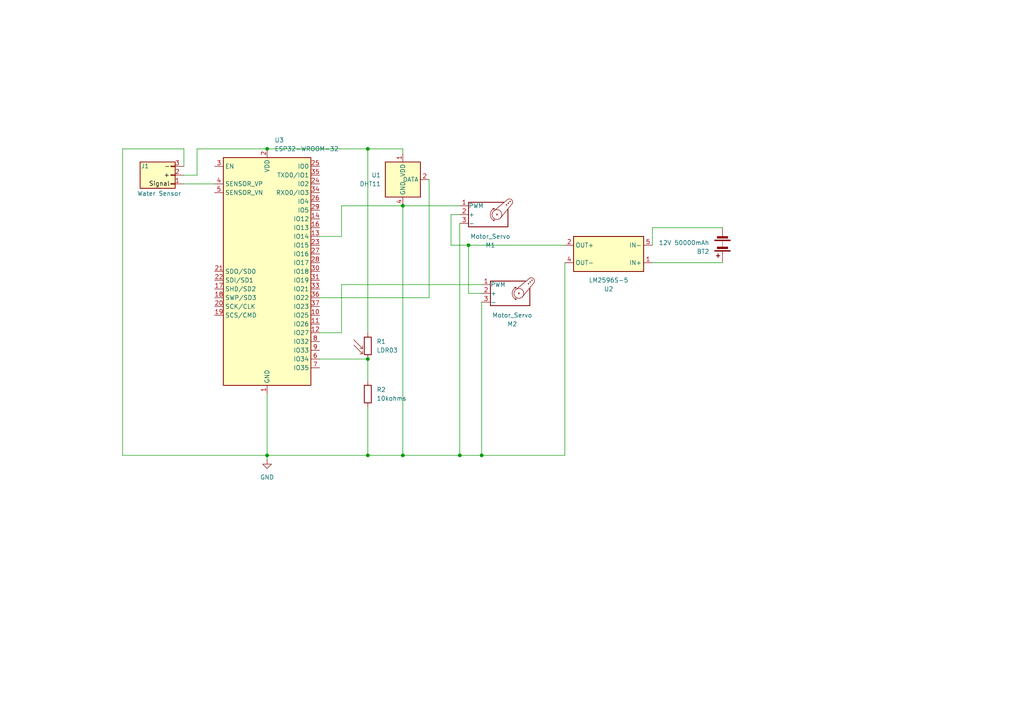
<source format=kicad_sch>
(kicad_sch (version 20250114) (generator "eeschema") (generator_version "9.0")
  (paper "A4")
  (lib_symbols
    (symbol "Connector_Generic:Conn_01x03" (pin_names (offset 1.016) (hide yes))
      (property "Reference" "J1" (at 2.54 1.2701 0))
      (property "Value" "Water Sensor" (at -6.604 5.588 0))
      (symbol "Conn_01x03_1_1"
        (rectangle (start -1.27 3.81) (end 8.89 -3.81) (stroke (width 0.254)) (fill (type background)))
        (rectangle (start -1.27 2.667) (end 0 2.413) (stroke (width 0.1524)))
        (rectangle (start -1.27 0.127) (end 0 -0.127) (stroke (width 0.1524)))
        (rectangle (start -1.27 -2.413) (end 0 -2.667) (stroke (width 0.1524)))
        (pin passive line (at -3.81 2.54 0) (length 3.81) (name "Signal") (number "1"))
        (pin passive line (at -3.81 0 0) (length 3.81) (name "+") (number "2"))
        (pin passive line (at -3.81 -2.54 0) (length 3.81) (name "-") (number "3"))
      )
    )
    (symbol "Device:Battery" (pin_numbers (hide yes)) (pin_names (offset 0) (hide yes))
      (property "Reference" "BT" (at 2.54 2.54 0))
      (property "Value" "Battery" (at 2.54 0 0))
      (symbol "Battery_0_1"
        (rectangle (start -2.286 1.778) (end 2.286 1.524) (fill (type outline)))
        (rectangle (start -2.286 -1.27) (end 2.286 -1.524) (fill (type outline)))
        (rectangle (start -1.524 1.016) (end 1.524 0.508) (fill (type outline)))
        (rectangle (start -1.524 -2.032) (end 1.524 -2.54) (fill (type outline)))
        (polyline (pts (xy 0 1.778) (xy 0 2.54)))
        (polyline (pts (xy 0 0) (xy 0 0.254)))
        (polyline (pts (xy 0 -0.508) (xy 0 -0.254)))
        (polyline (pts (xy 0 -1.016) (xy 0 -0.762)))
        (polyline (pts (xy 0.762 3.048) (xy 1.778 3.048)) (stroke (width 0.254)))
        (polyline (pts (xy 1.27 3.556) (xy 1.27 2.54)) (stroke (width 0.254)))
      )
      (symbol "Battery_1_1"
        (pin passive line (at 0 5.08 270) (length 2.54) (name "+") (number "1"))
        (pin passive line (at 0 -5.08 90) (length 2.54) (name "-") (number "2"))
      )
    )
    (symbol "Device:R" (pin_numbers (hide yes)) (pin_names (offset 0))
      (property "Reference" "R" (at 2.032 0 90))
      (property "Value" "R" (at 0 0 90))
      (symbol "R_0_1"
        (rectangle (start -1.016 -2.54) (end 1.016 2.54) (stroke (width 0.254)))
      )
      (symbol "R_1_1"
        (pin passive line (at 0 3.81 270) (length 1.27) (name "~") (number "1"))
        (pin passive line (at 0 -3.81 90) (length 1.27) (name "~") (number "2"))
      )
    )
    (symbol "Motor:Motor_Servo" (pin_names (offset 0.0254))
      (property "Reference" "M" (at -5.08 4.445 0))
      (property "Value" "Motor_Servo" (at -5.08 -4.064 0))
      (symbol "Motor_Servo_0_1"
        (polyline (pts (xy 2.413 1.778) (xy 1.905 1.778)))
        (polyline (pts (xy 2.413 1.778) (xy 2.286 1.397)))
        (polyline (pts (xy 2.413 -1.778) (xy 2.032 -1.778)))
        (polyline (pts (xy 2.413 -1.778) (xy 2.286 -1.397)))
        (arc (start 2.413 -1.778) (mid 1.2406 0) (end 2.413 1.778))
        (circle (center 3.175 0) (radius 0.1778))
        (circle (center 3.175 0) (radius 1.4224))
        (polyline (pts (xy 5.08 3.556) (xy -5.08 3.556) (xy -5.08 -3.556) (xy 6.35 -3.556) (xy 6.35 1.524)) (stroke (width 0.254)))
        (circle (center 5.969 2.794) (radius 0.127))
        (polyline (pts (xy 6.35 4.445) (xy 2.54 1.27)))
        (circle (center 6.477 3.302) (radius 0.127))
        (arc (start 6.35 4.445) (mid 7.4487 4.2737) (end 7.62 3.175))
        (circle (center 6.985 3.81) (radius 0.127))
        (polyline (pts (xy 7.62 3.175) (xy 4.191 -1.016)))
      )
      (symbol "Motor_Servo_1_1"
        (pin passive line (at -7.62 2.54 0) (length 2.54) (name "PWM") (number "1"))
        (pin passive line (at -7.62 0 0) (length 2.54) (name "+") (number "2"))
        (pin passive line (at -7.62 -2.54 0) (length 2.54) (name "-") (number "3"))
      )
    )
    (symbol "RF_Module:ESP32-WROOM-32"
      (property "Reference" "U" (at -12.7 34.29 0))
      (property "Value" "ESP32-WROOM-32" (at 1.27 34.29 0))
      (symbol "ESP32-WROOM-32_0_1"
        (rectangle (start -12.7 33.02) (end 12.7 -33.02) (stroke (width 0.254)) (fill (type background)))
      )
      (symbol "ESP32-WROOM-32_1_1"
        (pin input line (at -15.24 30.48 0) (length 2.54) (name "EN") (number "3"))
        (pin input line (at -15.24 25.4 0) (length 2.54) (name "SENSOR_VP") (number "4"))
        (pin input line (at -15.24 22.86 0) (length 2.54) (name "SENSOR_VN") (number "5"))
        (pin bidirectional line (at -15.24 0 0) (length 2.54) (name "SDO/SD0") (number "21"))
        (pin bidirectional line (at -15.24 -2.54 0) (length 2.54) (name "SDI/SD1") (number "22"))
        (pin bidirectional line (at -15.24 -5.08 0) (length 2.54) (name "SHD/SD2") (number "17"))
        (pin bidirectional line (at -15.24 -7.62 0) (length 2.54) (name "SWP/SD3") (number "18"))
        (pin bidirectional line (at -15.24 -10.16 0) (length 2.54) (name "SCK/CLK") (number "20"))
        (pin bidirectional line (at -15.24 -12.7 0) (length 2.54) (name "SCS/CMD") (number "19"))
        (pin no_connect line (at -12.7 -27.94 0) (length 2.54) (hide yes) (name "NC") (number "32"))
        (pin power_in line (at 0 35.56 270) (length 2.54) (name "VDD") (number "2"))
        (pin power_in line (at 0 -35.56 90) (length 2.54) (name "GND") (number "1"))
        (pin passive line (at 0 -35.56 90) (length 2.54) (hide yes) (name "GND") (number "15"))
        (pin passive line (at 0 -35.56 90) (length 2.54) (hide yes) (name "GND") (number "38"))
        (pin passive line (at 0 -35.56 90) (length 2.54) (hide yes) (name "GND") (number "39"))
        (pin bidirectional line (at 15.24 30.48 180) (length 2.54) (name "IO0") (number "25"))
        (pin bidirectional line (at 15.24 27.94 180) (length 2.54) (name "TXD0/IO1") (number "35"))
        (pin bidirectional line (at 15.24 25.4 180) (length 2.54) (name "IO2") (number "24"))
        (pin bidirectional line (at 15.24 22.86 180) (length 2.54) (name "RXD0/IO3") (number "34"))
        (pin bidirectional line (at 15.24 20.32 180) (length 2.54) (name "IO4") (number "26"))
        (pin bidirectional line (at 15.24 17.78 180) (length 2.54) (name "IO5") (number "29"))
        (pin bidirectional line (at 15.24 15.24 180) (length 2.54) (name "IO12") (number "14"))
        (pin bidirectional line (at 15.24 12.7 180) (length 2.54) (name "IO13") (number "16"))
        (pin bidirectional line (at 15.24 10.16 180) (length 2.54) (name "IO14") (number "13"))
        (pin bidirectional line (at 15.24 7.62 180) (length 2.54) (name "IO15") (number "23"))
        (pin bidirectional line (at 15.24 5.08 180) (length 2.54) (name "IO16") (number "27"))
        (pin bidirectional line (at 15.24 2.54 180) (length 2.54) (name "IO17") (number "28"))
        (pin bidirectional line (at 15.24 0 180) (length 2.54) (name "IO18") (number "30"))
        (pin bidirectional line (at 15.24 -2.54 180) (length 2.54) (name "IO19") (number "31"))
        (pin bidirectional line (at 15.24 -5.08 180) (length 2.54) (name "IO21") (number "33"))
        (pin bidirectional line (at 15.24 -7.62 180) (length 2.54) (name "IO22") (number "36"))
        (pin bidirectional line (at 15.24 -10.16 180) (length 2.54) (name "IO23") (number "37"))
        (pin bidirectional line (at 15.24 -12.7 180) (length 2.54) (name "IO25") (number "10"))
        (pin bidirectional line (at 15.24 -15.24 180) (length 2.54) (name "IO26") (number "11"))
        (pin bidirectional line (at 15.24 -17.78 180) (length 2.54) (name "IO27") (number "12"))
        (pin bidirectional line (at 15.24 -20.32 180) (length 2.54) (name "IO32") (number "8"))
        (pin bidirectional line (at 15.24 -22.86 180) (length 2.54) (name "IO33") (number "9"))
        (pin input line (at 15.24 -25.4 180) (length 2.54) (name "IO34") (number "6"))
        (pin input line (at 15.24 -27.94 180) (length 2.54) (name "IO35") (number "7"))
      )
    )
    (symbol "Regulator_Switching:LM2596S-5"
      (property "Reference" "U2" (at 0 10.16 0))
      (property "Value" "LM2596S-5" (at 0 7.62 0))
      (symbol "LM2596S-5_0_1"
        (rectangle (start -10.16 5.08) (end 10.16 -5.08) (stroke (width 0.254)) (fill (type background)))
      )
      (symbol "LM2596S-5_1_1"
        (pin power_in line (at -12.7 2.54 0) (length 2.54) (name "IN+") (number "1"))
        (pin input line (at -12.7 -2.54 0) (length 2.54) (name "IN-") (number "5"))
        (pin power_in line (at 0 -7.62 90) (length 2.54) (hide yes) (name "GND") (number "3"))
        (pin input line (at 12.7 2.54 180) (length 2.54) (name "OUT-") (number "4"))
        (pin output line (at 12.7 -2.54 180) (length 2.54) (name "OUT+") (number "2"))
      )
    )
    (symbol "Sensor:DHT11"
      (property "Reference" "U" (at -3.81 6.35 0))
      (property "Value" "DHT11" (at 3.81 6.35 0))
      (symbol "DHT11_0_1"
        (rectangle (start -5.08 5.08) (end 5.08 -5.08) (stroke (width 0.254)) (fill (type background)))
      )
      (symbol "DHT11_1_1"
        (pin no_connect line (at -5.08 0 0) (length 2.54) (hide yes) (name "NC") (number "3"))
        (pin power_in line (at 0 7.62 270) (length 2.54) (name "VDD") (number "1"))
        (pin power_in line (at 0 -7.62 90) (length 2.54) (name "GND") (number "4"))
        (pin bidirectional line (at 7.62 0 180) (length 2.54) (name "DATA") (number "2"))
      )
    )
    (symbol "Sensor_Optical:LDR03" (pin_numbers (hide yes)) (pin_names (offset 0))
      (property "Reference" "R" (at -5.08 0 90))
      (property "Value" "LDR03" (at 1.905 0 90))
      (symbol "LDR03_0_1"
        (polyline (pts (xy -1.524 -0.762) (xy -4.064 1.778)))
        (polyline (pts (xy -1.524 -0.762) (xy -2.286 -0.762)))
        (polyline (pts (xy -1.524 -0.762) (xy -1.524 0)))
        (polyline (pts (xy -1.524 -2.286) (xy -4.064 0.254)))
        (polyline (pts (xy -1.524 -2.286) (xy -2.286 -2.286)))
        (polyline (pts (xy -1.524 -2.286) (xy -1.524 -1.524)))
        (rectangle (start -1.016 2.54) (end 1.016 -2.54) (stroke (width 0.254)))
      )
      (symbol "LDR03_1_1"
        (pin passive line (at 0 3.81 270) (length 1.27) (name "~") (number "1"))
        (pin passive line (at 0 -3.81 90) (length 1.27) (name "~") (number "2"))
      )
    )
    (symbol "power:GND" (power) (pin_numbers (hide yes)) (pin_names (offset 0) (hide yes))
      (property "Value" "GND" (at 0 -3.81 0))
      (symbol "GND_0_1"
        (polyline (pts (xy 0 0) (xy 0 -1.27) (xy 1.27 -1.27) (xy 0 -2.54) (xy -1.27 -1.27) (xy 0 -1.27)))
      )
      (symbol "GND_1_1"
        (pin power_in line (at 0 0 270) (length 0) (name "~") (number "1"))
      )
    )
  )
  (junction (at 133.35 132.08))
  (junction (at 116.84 132.08))
  (junction (at 77.47 43.18))
  (junction (at 135.89 71.12))
  (junction (at 106.68 132.08))
  (junction (at 116.84 59.69))
  (junction (at 77.47 132.08))
  (junction (at 139.7 132.08))
  (junction (at 106.68 104.14))
  (junction (at 106.68 43.18))
  (wire (pts (xy 116.84 59.69) (xy 116.84 132.08)))
  (wire (pts (xy 106.68 43.18) (xy 116.84 43.18)))
  (wire (pts (xy 139.7 87.63) (xy 139.7 132.08)))
  (wire (pts (xy 106.68 104.14) (xy 106.68 110.49)))
  (wire (pts (xy 133.35 59.69) (xy 116.84 59.69)))
  (wire (pts (xy 106.68 132.08) (xy 116.84 132.08)))
  (wire (pts (xy 130.81 71.12) (xy 135.89 71.12)))
  (wire (pts (xy 116.84 59.69) (xy 99.06 59.69)))
  (wire (pts (xy 53.34 50.8) (xy 57.15 50.8)))
  (wire (pts (xy 130.81 62.23) (xy 130.81 71.12)))
  (wire (pts (xy 77.47 114.3) (xy 77.47 132.08)))
  (wire (pts (xy 116.84 44.45) (xy 116.84 43.18)))
  (wire (pts (xy 99.06 68.58) (xy 92.71 68.58)))
  (wire (pts (xy 124.46 52.07) (xy 124.46 86.36)))
  (wire (pts (xy 106.68 118.11) (xy 106.68 132.08)))
  (wire (pts (xy 99.06 59.69) (xy 99.06 68.58)))
  (wire (pts (xy 35.56 43.18) (xy 35.56 132.08)))
  (wire (pts (xy 57.15 50.8) (xy 57.15 43.18)))
  (wire (pts (xy 139.7 82.55) (xy 99.06 82.55)))
  (wire (pts (xy 77.47 43.18) (xy 106.68 43.18)))
  (wire (pts (xy 77.47 132.08) (xy 106.68 132.08)))
  (wire (pts (xy 163.83 132.08) (xy 139.7 132.08)))
  (wire (pts (xy 116.84 132.08) (xy 133.35 132.08)))
  (wire (pts (xy 163.83 76.2) (xy 163.83 132.08)))
  (wire (pts (xy 77.47 132.08) (xy 77.47 133.35)))
  (wire (pts (xy 99.06 82.55) (xy 99.06 96.52)))
  (wire (pts (xy 133.35 64.77) (xy 133.35 132.08)))
  (wire (pts (xy 53.34 48.26) (xy 53.34 43.18)))
  (wire (pts (xy 53.34 53.34) (xy 62.23 53.34)))
  (wire (pts (xy 135.89 85.09) (xy 135.89 71.12)))
  (wire (pts (xy 135.89 71.12) (xy 163.83 71.12)))
  (wire (pts (xy 133.35 132.08) (xy 139.7 132.08)))
  (wire (pts (xy 57.15 43.18) (xy 77.47 43.18)))
  (wire (pts (xy 124.46 86.36) (xy 92.71 86.36)))
  (wire (pts (xy 209.55 76.2) (xy 189.23 76.2)))
  (wire (pts (xy 53.34 43.18) (xy 35.56 43.18)))
  (wire (pts (xy 99.06 96.52) (xy 92.71 96.52)))
  (wire (pts (xy 133.35 62.23) (xy 130.81 62.23)))
  (wire (pts (xy 139.7 85.09) (xy 135.89 85.09)))
  (wire (pts (xy 209.55 66.04) (xy 189.23 66.04)))
  (wire (pts (xy 106.68 43.18) (xy 106.68 96.52)))
  (wire (pts (xy 189.23 66.04) (xy 189.23 71.12)))
  (wire (pts (xy 35.56 132.08) (xy 77.47 132.08)))
  (wire (pts (xy 92.71 104.14) (xy 106.68 104.14)))
  (label "Signal" (at 43.1642 54.3165 0))
  (label "-" (at 47.6154 49.2784 0))
  (label "+" (at 47.4756 51.8219 0))
  (symbol (lib_id "Sensor_Optical:LDR03") (at 106.68 100.33 0) (unit 1)
    (property "Reference" "R1" (at 109.22 99.0599 0) (effects (justify left)))
    (property "Value" "LDR03" (at 109.22 101.5999 0) (effects (justify left)))
    (property "Footprint" "OptoDevice:R_LDR_10x8.5mm_P7.6mm_Vertical" (effects (hide yes)))
    (property "Datasheet" "http://www.elektronica-componenten.nl/WebRoot/StoreNL/Shops/61422969/54F1/BA0C/C664/31B9/2173/C0A8/2AB9/2AEF/LDR03IMP.pdf" (effects (hide yes)))
    (property "Description" "light dependent resistor" (effects (hide yes)))
  )
  (symbol (lib_id "power:GND") (at 77.47 133.35 0) (unit 1)
    (property "Reference" "#PWR01" (effects (hide yes)))
    (property "Value" "GND" (at 77.47 138.43 0))
    (property "Description" "Power symbol creates a global label with name \"GND\" , ground" (effects (hide yes)))
  )
  (symbol (lib_id "Sensor:DHT11") (at 116.84 52.07 0) (unit 1)
    (property "Reference" "U1" (at 110.49 50.7999 0) (effects (justify right)))
    (property "Value" "DHT11" (at 110.49 53.3399 0) (effects (justify right)))
    (property "Footprint" "Sensor:Aosong_DHT11_5.5x12.0_P2.54mm" (effects (hide yes)))
    (property "Datasheet" "http://akizukidenshi.com/download/ds/aosong/DHT11.pdf" (effects (hide yes)))
    (property "Description" "3.3V to 5.5V, temperature and humidity module, DHT11" (effects (hide yes)))
  )
  (symbol (lib_id "Motor:Motor_Servo") (at 140.97 62.23 0) (unit 1)
    (property "Reference" "M1" (at 142.2261 71.12 0))
    (property "Value" "Motor_Servo" (at 142.2261 68.58 0))
    (property "Datasheet" "http://forums.parallax.com/uploads/attachments/46831/74481.png" (effects (hide yes)))
    (property "Description" "Servo Motor (Futaba, HiTec, JR connector)" (effects (hide yes)))
  )
  (symbol (lib_id "Regulator_Switching:LM2596S-5") (at 176.53 73.66 180) (unit 1)
    (property "Reference" "U2" (at 176.53 83.82 0))
    (property "Value" "LM2596S-5" (at 176.53 81.28 0))
    (property "Footprint" "Package_TO_SOT_SMD:TO-263-5_TabPin3" (effects (hide yes)))
    (property "Datasheet" "http://www.ti.com/lit/ds/symlink/lm2596.pdf" (effects (hide yes)))
    (property "Description" "5V 3A Step-Down Voltage Regulator, TO-263" (effects (hide yes)))
  )
  (symbol (lib_id "RF_Module:ESP32-WROOM-32") (at 77.47 78.74 0) (unit 1)
    (property "Reference" "U3" (at 79.6133 40.64 0) (effects (justify left)))
    (property "Value" "ESP32-WROOM-32" (at 79.6133 43.18 0) (effects (justify left)))
    (property "Footprint" "RF_Module:ESP32-WROOM-32" (effects (hide yes)))
    (property "Datasheet" "https://www.espressif.com/sites/default/files/documentation/esp32-wroom-32_datasheet_en.pdf" (effects (hide yes)))
    (property "Description" "RF Module, ESP32-D0WDQ6 SoC, Wi-Fi 802.11b/g/n, Bluetooth, BLE, 32-bit, 2.7-3.6V, onboard antenna, SMD" (effects (hide yes)))
  )
  (symbol (lib_id "Device:R") (at 106.68 114.3 0) (unit 1)
    (property "Reference" "R2" (at 109.22 113.0299 0) (effects (justify left)))
    (property "Value" "10kohms" (at 109.22 115.5699 0) (effects (justify left)))
    (property "Description" "Resistor" (effects (hide yes)))
  )
  (symbol (lib_id "Device:Battery") (at 209.55 71.12 180) (unit 1)
    (property "Reference" "BT2" (at 205.74 72.9616 0) (effects (justify left)))
    (property "Value" "12V 50000mAh" (at 205.74 70.4216 0) (effects (justify left)))
    (property "Description" "Multiple-cell battery" (effects (hide yes)))
  )
  (symbol (lib_id "Connector_Generic:Conn_01x03") (at 49.53 50.8 180) (unit 1)
    (property "Reference" "J1" (at 43.2621 48.1534 0) (effects (justify left)))
    (property "Value" "Water Sensor" (at 52.578 56.134 0) (effects (justify left)))
    (property "Description" "Generic connector, single row, 01x03, script generated (kicad-library-utils/schlib/autogen/connector/)" (effects (hide yes)))
  )
  (symbol (lib_id "Motor:Motor_Servo") (at 147.32 85.09 0) (unit 1)
    (property "Reference" "M2" (at 148.5761 93.98 0))
    (property "Value" "Motor_Servo" (at 148.5761 91.44 0))
    (property "Datasheet" "http://forums.parallax.com/uploads/attachments/46831/74481.png" (effects (hide yes)))
    (property "Description" "Servo Motor (Futaba, HiTec, JR connector)" (effects (hide yes)))
  )
)
</source>
